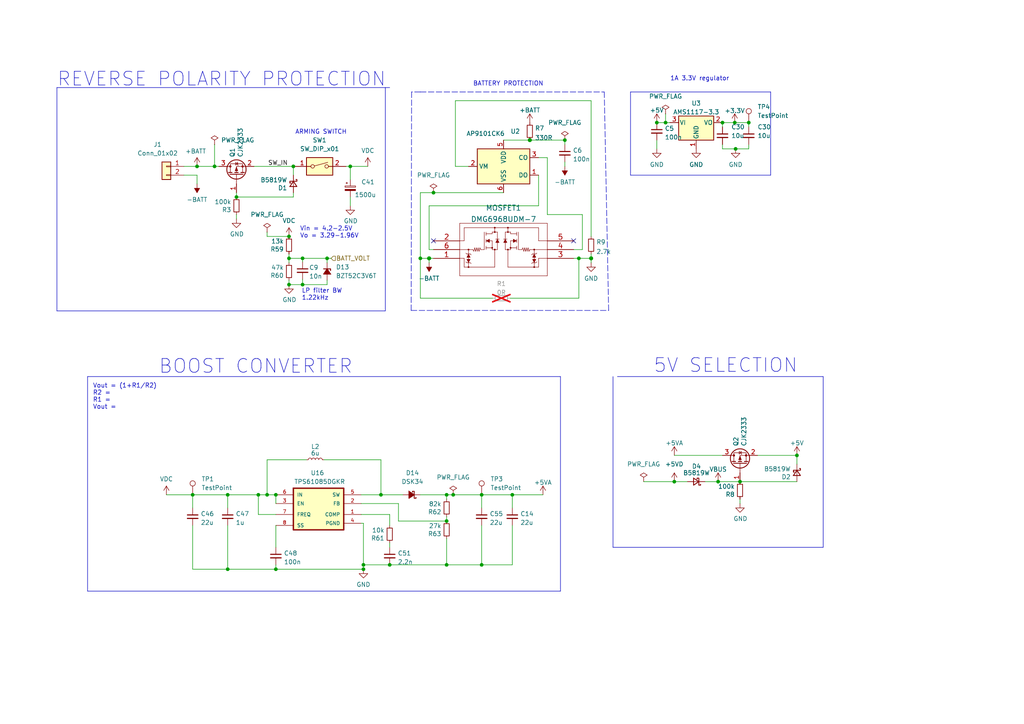
<source format=kicad_sch>
(kicad_sch (version 20230121) (generator eeschema)
  (paper "A4")
  (lib_symbols
    (symbol "+3.3V_1" (power) (pin_names (offset 0))
      (property "Value" "+3.3V_1" (at 0 3.556 0))
      (symbol "+3.3V_1_0_1"
        (polyline (pts (xy -0.762 1.27) (xy 0 2.54)))
        (polyline (pts (xy 0 0) (xy 0 2.54)))
        (polyline (pts (xy 0 2.54) (xy 0.762 1.27)))
      )
      (symbol "+3.3V_1_1_1"
        (pin power_in line (at 0 0 90) (length 0) hide (name "+3.3V") (number "1"))
      )
    )
    (symbol "Battery_Management:AP9101CK6"
      (property "Reference" "U" (at -7.62 6.35 0))
      (property "Value" "AP9101CK6" (at 7.62 6.35 0))
      (symbol "AP9101CK6_0_1"
        (rectangle (start -7.62 5.08) (end 7.62 -5.08) (stroke (width 0.254)) (fill (type background)))
      )
      (symbol "AP9101CK6_1_1"
        (pin output line (at 10.16 -2.54 180) (length 2.54) (name "DO") (number "1"))
        (pin passive line (at -10.16 0 0) (length 2.54) (name "VM") (number "2"))
        (pin output line (at 10.16 2.54 180) (length 2.54) (name "CO") (number "3"))
        (pin no_connect line (at -7.62 -2.54 0) (length 2.54) hide (name "NC") (number "4"))
        (pin power_in line (at 0 7.62 270) (length 2.54) (name "VDD") (number "5"))
        (pin power_in line (at 0 -7.62 90) (length 2.54) (name "VSS") (number "6"))
      )
    )
    (symbol "Connector:TestPoint" (pin_numbers hide) (pin_names (offset 0.762) hide)
      (property "Reference" "TP" (at 0 6.858 0))
      (property "Value" "TestPoint" (at 0 5.08 0))
      (symbol "TestPoint_0_1"
        (circle (center 0 3.302) (radius 0.762))
      )
      (symbol "TestPoint_1_1"
        (pin passive line (at 0 0 90) (length 2.54) (name "1") (number "1"))
      )
    )
    (symbol "Connector_Generic:Conn_01x02" (pin_names (offset 1.016) hide)
      (property "Reference" "J" (at 0 2.54 0))
      (property "Value" "Conn_01x02" (at 0 -5.08 0))
      (symbol "Conn_01x02_1_1"
        (rectangle (start -1.27 -2.413) (end 0 -2.667) (stroke (width 0.1524)))
        (rectangle (start -1.27 0.127) (end 0 -0.127) (stroke (width 0.1524)))
        (rectangle (start -1.27 1.27) (end 1.27 -3.81) (stroke (width 0.254)) (fill (type background)))
        (pin passive line (at -5.08 0 0) (length 3.81) (name "Pin_1") (number "1"))
        (pin passive line (at -5.08 -2.54 0) (length 3.81) (name "Pin_2") (number "2"))
      )
    )
    (symbol "DMG6968UDM-7:DMG6968UDM-7" (pin_names (offset 0.254) hide)
      (property "Reference" "MOSFET" (at 20.32 10.16 0))
      (property "Value" "DMG6968UDM-7" (at 20.32 7.62 0))
      (symbol "DMG6968UDM-7_1_1"
        (polyline (pts (xy 7.62 -10.16) (xy 33.02 -10.16)) (stroke (width 0.127)))
        (polyline (pts (xy 7.62 -5.08) (xy 8.89 -5.08)) (stroke (width 0.127)))
        (polyline (pts (xy 7.62 -2.54) (xy 11.43 -2.54)) (stroke (width 0.127)))
        (polyline (pts (xy 7.62 5.08) (xy 7.62 -10.16)) (stroke (width 0.127)))
        (polyline (pts (xy 8.89 -7.62) (xy 17.78 -7.62)) (stroke (width 0.127)))
        (polyline (pts (xy 8.89 -5.08) (xy 8.89 -7.62)) (stroke (width 0.127)))
        (polyline (pts (xy 8.89 0) (xy 7.62 0)) (stroke (width 0.127)))
        (polyline (pts (xy 8.89 3.81) (xy 8.89 0)) (stroke (width 0.127)))
        (polyline (pts (xy 8.89 3.81) (xy 30.48 3.81)) (stroke (width 0.127)))
        (polyline (pts (xy 9.652 -6.35) (xy 9.398 -6.096)) (stroke (width 0.127)))
        (polyline (pts (xy 9.652 -6.35) (xy 10.668 -6.35)) (stroke (width 0.127)))
        (polyline (pts (xy 9.652 -3.81) (xy 9.398 -3.556)) (stroke (width 0.127)))
        (polyline (pts (xy 10.16 -6.35) (xy 10.16 -7.62)) (stroke (width 0.127)))
        (polyline (pts (xy 10.16 -4.826) (xy 10.16 -5.334)) (stroke (width 0.127)))
        (polyline (pts (xy 10.16 -3.81) (xy 10.16 -2.54)) (stroke (width 0.127)))
        (polyline (pts (xy 10.668 -6.35) (xy 10.922 -6.604)) (stroke (width 0.127)))
        (polyline (pts (xy 10.668 -3.81) (xy 9.652 -3.81)) (stroke (width 0.127)))
        (polyline (pts (xy 10.668 -3.81) (xy 10.922 -4.064)) (stroke (width 0.127)))
        (polyline (pts (xy 11.43 -2.54) (xy 11.684 -3.048)) (stroke (width 0.127)))
        (polyline (pts (xy 11.684 -3.048) (xy 11.938 -2.032)) (stroke (width 0.127)))
        (polyline (pts (xy 11.938 -2.032) (xy 12.192 -3.048)) (stroke (width 0.127)))
        (polyline (pts (xy 12.192 -3.048) (xy 12.446 -2.032)) (stroke (width 0.127)))
        (polyline (pts (xy 12.446 -2.032) (xy 12.7 -3.048)) (stroke (width 0.127)))
        (polyline (pts (xy 12.7 -3.048) (xy 12.954 -2.032)) (stroke (width 0.127)))
        (polyline (pts (xy 12.954 -2.032) (xy 13.208 -3.048)) (stroke (width 0.127)))
        (polyline (pts (xy 13.208 -3.048) (xy 13.462 -2.032)) (stroke (width 0.127)))
        (polyline (pts (xy 13.462 -2.032) (xy 13.716 -2.54)) (stroke (width 0.127)))
        (polyline (pts (xy 13.716 -2.54) (xy 14.732 -2.54)) (stroke (width 0.127)))
        (polyline (pts (xy 14.732 -2.54) (xy 14.732 2.54)) (stroke (width 0.127)))
        (polyline (pts (xy 15.24 -2.54) (xy 15.24 -1.524)) (stroke (width 0.127)))
        (polyline (pts (xy 15.24 -2.032) (xy 17.018 -2.032)) (stroke (width 0.127)))
        (polyline (pts (xy 15.24 -0.508) (xy 15.24 0.508)) (stroke (width 0.127)))
        (polyline (pts (xy 15.24 1.524) (xy 15.24 2.54)) (stroke (width 0.127)))
        (polyline (pts (xy 15.24 2.032) (xy 17.018 2.032)) (stroke (width 0.127)))
        (polyline (pts (xy 17.018 -2.54) (xy 17.018 0)) (stroke (width 0.127)))
        (polyline (pts (xy 17.018 -2.54) (xy 18.542 -2.54)) (stroke (width 0.127)))
        (polyline (pts (xy 17.018 0) (xy 15.24 0)) (stroke (width 0.127)))
        (polyline (pts (xy 17.018 2.032) (xy 17.018 2.54)) (stroke (width 0.127)))
        (polyline (pts (xy 17.018 2.54) (xy 18.542 2.54)) (stroke (width 0.127)))
        (polyline (pts (xy 17.78 -7.62) (xy 17.78 -2.54)) (stroke (width 0.127)))
        (polyline (pts (xy 17.78 3.81) (xy 17.78 2.54)) (stroke (width 0.127)))
        (polyline (pts (xy 18.542 -2.54) (xy 18.542 -0.508)) (stroke (width 0.127)))
        (polyline (pts (xy 18.542 0.508) (xy 18.542 2.54)) (stroke (width 0.127)))
        (polyline (pts (xy 19.05 0.508) (xy 18.034 0.508)) (stroke (width 0.127)))
        (polyline (pts (xy 20.32 0.508) (xy 21.336 0.508)) (stroke (width 0.127)))
        (polyline (pts (xy 20.828 -2.54) (xy 20.828 -0.508)) (stroke (width 0.127)))
        (polyline (pts (xy 20.828 0.508) (xy 20.828 2.54)) (stroke (width 0.127)))
        (polyline (pts (xy 21.59 -7.62) (xy 21.59 -2.54)) (stroke (width 0.127)))
        (polyline (pts (xy 21.59 3.81) (xy 21.59 2.54)) (stroke (width 0.127)))
        (polyline (pts (xy 22.352 -2.54) (xy 20.828 -2.54)) (stroke (width 0.127)))
        (polyline (pts (xy 22.352 -2.54) (xy 22.352 0)) (stroke (width 0.127)))
        (polyline (pts (xy 22.352 0) (xy 24.13 0)) (stroke (width 0.127)))
        (polyline (pts (xy 22.352 2.032) (xy 22.352 2.54)) (stroke (width 0.127)))
        (polyline (pts (xy 22.352 2.54) (xy 20.828 2.54)) (stroke (width 0.127)))
        (polyline (pts (xy 24.13 -2.54) (xy 24.13 -1.524)) (stroke (width 0.127)))
        (polyline (pts (xy 24.13 -2.032) (xy 22.352 -2.032)) (stroke (width 0.127)))
        (polyline (pts (xy 24.13 -0.508) (xy 24.13 0.508)) (stroke (width 0.127)))
        (polyline (pts (xy 24.13 1.524) (xy 24.13 2.54)) (stroke (width 0.127)))
        (polyline (pts (xy 24.13 2.032) (xy 22.352 2.032)) (stroke (width 0.127)))
        (polyline (pts (xy 24.638 -2.54) (xy 24.638 2.54)) (stroke (width 0.127)))
        (polyline (pts (xy 25.654 -2.54) (xy 24.638 -2.54)) (stroke (width 0.127)))
        (polyline (pts (xy 25.908 -2.032) (xy 25.654 -2.54)) (stroke (width 0.127)))
        (polyline (pts (xy 26.162 -3.048) (xy 25.908 -2.032)) (stroke (width 0.127)))
        (polyline (pts (xy 26.416 -2.032) (xy 26.162 -3.048)) (stroke (width 0.127)))
        (polyline (pts (xy 26.67 -3.048) (xy 26.416 -2.032)) (stroke (width 0.127)))
        (polyline (pts (xy 26.924 -2.032) (xy 26.67 -3.048)) (stroke (width 0.127)))
        (polyline (pts (xy 27.178 -3.048) (xy 26.924 -2.032)) (stroke (width 0.127)))
        (polyline (pts (xy 27.432 -2.032) (xy 27.178 -3.048)) (stroke (width 0.127)))
        (polyline (pts (xy 27.686 -3.048) (xy 27.432 -2.032)) (stroke (width 0.127)))
        (polyline (pts (xy 27.94 -2.54) (xy 27.686 -3.048)) (stroke (width 0.127)))
        (polyline (pts (xy 28.702 -6.35) (xy 28.448 -6.604)) (stroke (width 0.127)))
        (polyline (pts (xy 28.702 -3.81) (xy 28.448 -4.064)) (stroke (width 0.127)))
        (polyline (pts (xy 28.702 -3.81) (xy 29.718 -3.81)) (stroke (width 0.127)))
        (polyline (pts (xy 29.21 -6.35) (xy 29.21 -7.62)) (stroke (width 0.127)))
        (polyline (pts (xy 29.21 -4.826) (xy 29.21 -5.334)) (stroke (width 0.127)))
        (polyline (pts (xy 29.21 -3.81) (xy 29.21 -2.54)) (stroke (width 0.127)))
        (polyline (pts (xy 29.718 -6.35) (xy 28.702 -6.35)) (stroke (width 0.127)))
        (polyline (pts (xy 29.718 -6.35) (xy 29.972 -6.096)) (stroke (width 0.127)))
        (polyline (pts (xy 29.718 -3.81) (xy 29.972 -3.556)) (stroke (width 0.127)))
        (polyline (pts (xy 30.48 -7.62) (xy 21.59 -7.62)) (stroke (width 0.127)))
        (polyline (pts (xy 30.48 -5.08) (xy 30.48 -7.62)) (stroke (width 0.127)))
        (polyline (pts (xy 30.48 0) (xy 33.02 0)) (stroke (width 0.127)))
        (polyline (pts (xy 30.48 3.81) (xy 30.48 0)) (stroke (width 0.127)))
        (polyline (pts (xy 33.02 -10.16) (xy 33.02 5.08)) (stroke (width 0.127)))
        (polyline (pts (xy 33.02 -5.08) (xy 30.48 -5.08)) (stroke (width 0.127)))
        (polyline (pts (xy 33.02 -2.54) (xy 27.94 -2.54)) (stroke (width 0.127)))
        (polyline (pts (xy 33.02 5.08) (xy 7.62 5.08)) (stroke (width 0.127)))
        (polyline (pts (xy 9.652 -5.334) (xy 10.668 -5.334) (xy 10.16 -6.35) (xy 9.652 -5.334)) (stroke (width 0.0254)) (fill (type outline)))
        (polyline (pts (xy 10.668 -4.826) (xy 9.652 -4.826) (xy 10.16 -3.81) (xy 10.668 -4.826)) (stroke (width 0.0254)) (fill (type outline)))
        (polyline (pts (xy 16.256 0.508) (xy 15.24 0) (xy 16.256 -0.508) (xy 16.256 0.508)) (stroke (width 0.0254)) (fill (type outline)))
        (polyline (pts (xy 19.05 -0.508) (xy 18.034 -0.508) (xy 18.542 0.508) (xy 19.05 -0.508)) (stroke (width 0.0254)) (fill (type outline)))
        (polyline (pts (xy 20.32 -0.508) (xy 21.336 -0.508) (xy 20.828 0.508) (xy 20.32 -0.508)) (stroke (width 0.0254)) (fill (type outline)))
        (polyline (pts (xy 23.114 0.508) (xy 24.13 0) (xy 23.114 -0.508) (xy 23.114 0.508)) (stroke (width 0.0254)) (fill (type outline)))
        (polyline (pts (xy 28.702 -4.826) (xy 29.718 -4.826) (xy 29.21 -3.81) (xy 28.702 -4.826)) (stroke (width 0.0254)) (fill (type outline)))
        (polyline (pts (xy 29.718 -5.334) (xy 28.702 -5.334) (xy 29.21 -6.35) (xy 29.718 -5.334)) (stroke (width 0.0254)) (fill (type outline)))
        (circle (center 10.16 -7.62) (radius 0.127) (stroke (width 0.254)))
        (circle (center 10.16 -2.54) (radius 0.127) (stroke (width 0.254)))
        (circle (center 17.018 -2.032) (radius 0.127) (stroke (width 0.254)))
        (circle (center 17.78 -2.54) (radius 0.127) (stroke (width 0.254)))
        (circle (center 17.78 2.54) (radius 0.127) (stroke (width 0.254)))
        (circle (center 17.78 3.81) (radius 0.127) (stroke (width 0.254)))
        (circle (center 21.59 -2.54) (radius 0.127) (stroke (width 0.254)))
        (circle (center 21.59 2.54) (radius 0.127) (stroke (width 0.254)))
        (circle (center 21.59 3.81) (radius 0.127) (stroke (width 0.254)))
        (circle (center 22.352 -2.032) (radius 0.127) (stroke (width 0.254)))
        (circle (center 29.21 -7.62) (radius 0.127) (stroke (width 0.254)))
        (circle (center 29.21 -2.54) (radius 0.127) (stroke (width 0.254)))
        (pin unspecified line (at 0 -5.08 0) (length 7.62) (name "S1") (number "1"))
        (pin unspecified line (at 0 0 0) (length 7.62) (name "D1/D2") (number "2"))
        (pin unspecified line (at 40.64 -5.08 180) (length 7.62) (name "S2") (number "3"))
        (pin unspecified line (at 40.64 -2.54 180) (length 7.62) (name "G2") (number "4"))
        (pin unspecified line (at 40.64 0 180) (length 7.62) (name "D1/D2") (number "5"))
        (pin unspecified line (at 0 -2.54 0) (length 7.62) (name "G1") (number "6"))
      )
    )
    (symbol "Device:C_Polarized_Small" (pin_numbers hide) (pin_names (offset 0.254) hide)
      (property "Reference" "C" (at 0.254 1.778 0))
      (property "Value" "C_Polarized_Small" (at 0.254 -2.032 0))
      (symbol "C_Polarized_Small_0_1"
        (rectangle (start -1.524 -0.3048) (end 1.524 -0.6858) (fill (type outline)))
        (rectangle (start -1.524 0.6858) (end 1.524 0.3048))
        (polyline (pts (xy -1.27 1.524) (xy -0.762 1.524)))
        (polyline (pts (xy -1.016 1.27) (xy -1.016 1.778)))
      )
      (symbol "C_Polarized_Small_1_1"
        (pin passive line (at 0 2.54 270) (length 1.8542) (name "~") (number "1"))
        (pin passive line (at 0 -2.54 90) (length 1.8542) (name "~") (number "2"))
      )
    )
    (symbol "Device:C_Small" (pin_numbers hide) (pin_names (offset 0.254) hide)
      (property "Reference" "C" (at 0.254 1.778 0))
      (property "Value" "C_Small" (at 0.254 -2.032 0))
      (symbol "C_Small_0_1"
        (polyline (pts (xy -1.524 -0.508) (xy 1.524 -0.508)) (stroke (width 0.3302)))
        (polyline (pts (xy -1.524 0.508) (xy 1.524 0.508)) (stroke (width 0.3048)))
      )
      (symbol "C_Small_1_1"
        (pin passive line (at 0 2.54 270) (length 2.032) (name "~") (number "1"))
        (pin passive line (at 0 -2.54 90) (length 2.032) (name "~") (number "2"))
      )
    )
    (symbol "Device:D_Schottky_Small" (pin_numbers hide) (pin_names (offset 0.254) hide)
      (property "Reference" "D" (at -1.27 2.032 0))
      (property "Value" "D_Schottky_Small" (at -7.112 -2.032 0))
      (symbol "D_Schottky_Small_0_1"
        (polyline (pts (xy -0.762 0) (xy 0.762 0)))
        (polyline (pts (xy 0.762 -1.016) (xy -0.762 0) (xy 0.762 1.016) (xy 0.762 -1.016)) (stroke (width 0.254)))
        (polyline (pts (xy -1.27 0.762) (xy -1.27 1.016) (xy -0.762 1.016) (xy -0.762 -1.016) (xy -0.254 -1.016) (xy -0.254 -0.762)) (stroke (width 0.254)))
      )
      (symbol "D_Schottky_Small_1_1"
        (pin passive line (at -2.54 0 0) (length 1.778) (name "K") (number "1"))
        (pin passive line (at 2.54 0 180) (length 1.778) (name "A") (number "2"))
      )
    )
    (symbol "Device:D_Schottky_Small_Filled" (pin_numbers hide) (pin_names (offset 0.254) hide)
      (property "Reference" "D" (at -1.27 2.032 0))
      (property "Value" "D_Schottky_Small_Filled" (at -7.112 -2.032 0))
      (symbol "D_Schottky_Small_Filled_0_1"
        (polyline (pts (xy -0.762 0) (xy 0.762 0)))
        (polyline (pts (xy 0.762 -1.016) (xy -0.762 0) (xy 0.762 1.016) (xy 0.762 -1.016)) (stroke (width 0.254)) (fill (type outline)))
        (polyline (pts (xy -1.27 0.762) (xy -1.27 1.016) (xy -0.762 1.016) (xy -0.762 -1.016) (xy -0.254 -1.016) (xy -0.254 -0.762)) (stroke (width 0.254)))
      )
      (symbol "D_Schottky_Small_Filled_1_1"
        (pin passive line (at -2.54 0 0) (length 1.778) (name "K") (number "1"))
        (pin passive line (at 2.54 0 180) (length 1.778) (name "A") (number "2"))
      )
    )
    (symbol "Device:D_Zener_Small_Filled" (pin_numbers hide) (pin_names (offset 0.254) hide)
      (property "Reference" "D" (at 0 2.286 0))
      (property "Value" "D_Zener_Small_Filled" (at 0 -2.286 0))
      (symbol "D_Zener_Small_Filled_0_1"
        (polyline (pts (xy 0.762 0) (xy -0.762 0)))
        (polyline (pts (xy -0.254 1.016) (xy -0.762 1.016) (xy -0.762 -1.016)) (stroke (width 0.254)))
        (polyline (pts (xy 0.762 1.016) (xy -0.762 0) (xy 0.762 -1.016) (xy 0.762 1.016)) (stroke (width 0.254)) (fill (type outline)))
      )
      (symbol "D_Zener_Small_Filled_1_1"
        (pin passive line (at -2.54 0 0) (length 1.778) (name "K") (number "1"))
        (pin passive line (at 2.54 0 180) (length 1.778) (name "A") (number "2"))
      )
    )
    (symbol "Device:L_Small" (pin_numbers hide) (pin_names (offset 0.254) hide)
      (property "Reference" "L" (at 0.762 1.016 0))
      (property "Value" "L_Small" (at 0.762 -1.016 0))
      (symbol "L_Small_0_1"
        (arc (start 0 -2.032) (mid 0.5058 -1.524) (end 0 -1.016))
        (arc (start 0 -1.016) (mid 0.5058 -0.508) (end 0 0))
        (arc (start 0 0) (mid 0.5058 0.508) (end 0 1.016))
        (arc (start 0 1.016) (mid 0.5058 1.524) (end 0 2.032))
      )
      (symbol "L_Small_1_1"
        (pin passive line (at 0 2.54 270) (length 0.508) (name "~") (number "1"))
        (pin passive line (at 0 -2.54 90) (length 0.508) (name "~") (number "2"))
      )
    )
    (symbol "Device:R_Small" (pin_numbers hide) (pin_names (offset 0.254) hide)
      (property "Reference" "R" (at 0.762 0.508 0))
      (property "Value" "R_Small" (at 0.762 -1.016 0))
      (symbol "R_Small_0_1"
        (rectangle (start -0.762 1.778) (end 0.762 -1.778) (stroke (width 0.2032)))
      )
      (symbol "R_Small_1_1"
        (pin passive line (at 0 2.54 270) (length 0.762) (name "~") (number "1"))
        (pin passive line (at 0 -2.54 90) (length 0.762) (name "~") (number "2"))
      )
    )
    (symbol "Regulator_Linear:AMS1117-3.3" (pin_names (offset 0.254))
      (property "Reference" "U" (at -3.81 3.175 0))
      (property "Value" "AMS1117-3.3" (at 0 3.175 0))
      (symbol "AMS1117-3.3_0_1"
        (rectangle (start -5.08 -5.08) (end 5.08 1.905) (stroke (width 0.254)) (fill (type background)))
      )
      (symbol "AMS1117-3.3_1_1"
        (pin power_in line (at 0 -7.62 90) (length 2.54) (name "GND") (number "1"))
        (pin power_out line (at 7.62 0 180) (length 2.54) (name "VO") (number "2"))
        (pin power_in line (at -7.62 0 0) (length 2.54) (name "VI") (number "3"))
      )
    )
    (symbol "Switch:SW_DIP_x01" (pin_names (offset 0) hide)
      (property "Reference" "SW" (at 0 3.81 0))
      (property "Value" "SW_DIP_x01" (at 0 -3.81 0))
      (symbol "SW_DIP_x01_0_0"
        (circle (center -2.032 0) (radius 0.508))
        (polyline (pts (xy -1.524 0.127) (xy 2.3622 1.1684)))
        (circle (center 2.032 0) (radius 0.508))
      )
      (symbol "SW_DIP_x01_0_1"
        (rectangle (start -3.81 2.54) (end 3.81 -2.54) (stroke (width 0.254)) (fill (type background)))
      )
      (symbol "SW_DIP_x01_1_1"
        (pin passive line (at -7.62 0 0) (length 5.08) (name "~") (number "1"))
        (pin passive line (at 7.62 0 180) (length 5.08) (name "~") (number "2"))
      )
    )
    (symbol "TPS61085DGKR:TPS61085DGKR" (pin_names (offset 1.016))
      (property "Reference" "U" (at -6.35 -0.635 0))
      (property "Value" "TPS61085DGKR" (at -12.7 -16.6878 0))
      (symbol "TPS61085DGKR_0_0"
        (rectangle (start -12.7 -1.27) (end 1.905 -13.335) (stroke (width 0.4064)) (fill (type background)))
        (pin bidirectional line (at 6.985 -8.89 180) (length 5.08) (name "COMP") (number "1"))
        (pin input line (at 6.985 -5.715 180) (length 5.08) (name "FB") (number "2"))
        (pin input line (at -17.78 -5.715 0) (length 5.08) (name "EN") (number "3"))
        (pin power_in line (at 6.985 -11.43 180) (length 5.08) (name "PGND") (number "4"))
        (pin input line (at 6.985 -3.175 180) (length 5.08) (name "SW") (number "5"))
        (pin input line (at -17.78 -3.175 0) (length 5.08) (name "IN") (number "6"))
        (pin input line (at -17.78 -8.89 0) (length 5.08) (name "FREQ") (number "7"))
        (pin output line (at -17.78 -12.065 0) (length 5.08) (name "SS") (number "8"))
      )
    )
    (symbol "Transistor_FET:Si2319CDS" (pin_names hide)
      (property "Reference" "Q" (at 5.08 1.905 0))
      (property "Value" "Si2319CDS" (at 5.08 0 0))
      (symbol "Si2319CDS_0_1"
        (polyline (pts (xy 0.254 0) (xy -2.54 0)))
        (polyline (pts (xy 0.254 1.905) (xy 0.254 -1.905)) (stroke (width 0.254)))
        (polyline (pts (xy 0.762 -1.27) (xy 0.762 -2.286)) (stroke (width 0.254)))
        (polyline (pts (xy 0.762 0.508) (xy 0.762 -0.508)) (stroke (width 0.254)))
        (polyline (pts (xy 0.762 2.286) (xy 0.762 1.27)) (stroke (width 0.254)))
        (polyline (pts (xy 2.54 2.54) (xy 2.54 1.778)))
        (polyline (pts (xy 2.54 -2.54) (xy 2.54 0) (xy 0.762 0)))
        (polyline (pts (xy 0.762 1.778) (xy 3.302 1.778) (xy 3.302 -1.778) (xy 0.762 -1.778)))
        (polyline (pts (xy 2.286 0) (xy 1.27 0.381) (xy 1.27 -0.381) (xy 2.286 0)) (fill (type outline)))
        (polyline (pts (xy 2.794 -0.508) (xy 2.921 -0.381) (xy 3.683 -0.381) (xy 3.81 -0.254)))
        (polyline (pts (xy 3.302 -0.381) (xy 2.921 0.254) (xy 3.683 0.254) (xy 3.302 -0.381)))
        (circle (center 1.651 0) (radius 2.794) (stroke (width 0.254)))
        (circle (center 2.54 -1.778) (radius 0.254) (fill (type outline)))
        (circle (center 2.54 1.778) (radius 0.254) (fill (type outline)))
      )
      (symbol "Si2319CDS_1_1"
        (pin input line (at -5.08 0 0) (length 2.54) (name "G") (number "1"))
        (pin passive line (at 2.54 -5.08 90) (length 2.54) (name "S") (number "2"))
        (pin passive line (at 2.54 5.08 270) (length 2.54) (name "D") (number "3"))
      )
    )
    (symbol "power:+5V" (power) (pin_names (offset 0))
      (property "Value" "+5V" (at 0 3.556 0))
      (symbol "+5V_0_1"
        (polyline (pts (xy -0.762 1.27) (xy 0 2.54)))
        (polyline (pts (xy 0 0) (xy 0 2.54)))
        (polyline (pts (xy 0 2.54) (xy 0.762 1.27)))
      )
      (symbol "+5V_1_1"
        (pin power_in line (at 0 0 90) (length 0) hide (name "+5V") (number "1"))
      )
    )
    (symbol "power:+5VA" (power) (pin_names (offset 0))
      (property "Value" "+5VA" (at 0 3.556 0))
      (symbol "+5VA_0_1"
        (polyline (pts (xy -0.762 1.27) (xy 0 2.54)))
        (polyline (pts (xy 0 0) (xy 0 2.54)))
        (polyline (pts (xy 0 2.54) (xy 0.762 1.27)))
      )
      (symbol "+5VA_1_1"
        (pin power_in line (at 0 0 90) (length 0) hide (name "+5VA") (number "1"))
      )
    )
    (symbol "power:+5VD" (power) (pin_names (offset 0))
      (property "Value" "+5VD" (at 0 3.556 0))
      (symbol "+5VD_0_1"
        (polyline (pts (xy -0.762 1.27) (xy 0 2.54)))
        (polyline (pts (xy 0 0) (xy 0 2.54)))
        (polyline (pts (xy 0 2.54) (xy 0.762 1.27)))
      )
      (symbol "+5VD_1_1"
        (pin power_in line (at 0 0 90) (length 0) hide (name "+5VD") (number "1"))
      )
    )
    (symbol "power:+BATT" (power) (pin_names (offset 0))
      (property "Value" "+BATT" (at 0 3.556 0))
      (symbol "+BATT_0_1"
        (polyline (pts (xy -0.762 1.27) (xy 0 2.54)))
        (polyline (pts (xy 0 0) (xy 0 2.54)))
        (polyline (pts (xy 0 2.54) (xy 0.762 1.27)))
      )
      (symbol "+BATT_1_1"
        (pin power_in line (at 0 0 90) (length 0) hide (name "+BATT") (number "1"))
      )
    )
    (symbol "power:-BATT" (power) (pin_names (offset 0))
      (property "Value" "-BATT" (at 0 3.556 0))
      (symbol "-BATT_0_1"
        (polyline (pts (xy 0 0) (xy 0 2.54)))
        (polyline (pts (xy 0.762 1.27) (xy -0.762 1.27) (xy 0 2.54) (xy 0.762 1.27)) (fill (type outline)))
      )
      (symbol "-BATT_1_1"
        (pin power_in line (at 0 0 90) (length 0) hide (name "-BATT") (number "1"))
      )
    )
    (symbol "power:GND" (power) (pin_names (offset 0))
      (property "Value" "GND" (at 0 -3.81 0))
      (symbol "GND_0_1"
        (polyline (pts (xy 0 0) (xy 0 -1.27) (xy 1.27 -1.27) (xy 0 -2.54) (xy -1.27 -1.27) (xy 0 -1.27)))
      )
      (symbol "GND_1_1"
        (pin power_in line (at 0 0 270) (length 0) hide (name "GND") (number "1"))
      )
    )
    (symbol "power:PWR_FLAG" (power) (pin_numbers hide) (pin_names (offset 0) hide)
      (property "Value" "PWR_FLAG" (at 0 3.81 0))
      (symbol "PWR_FLAG_0_0"
        (pin power_out line (at 0 0 90) (length 0) (name "pwr") (number "1"))
      )
      (symbol "PWR_FLAG_0_1"
        (polyline (pts (xy 0 0) (xy 0 1.27) (xy -1.016 1.905) (xy 0 2.54) (xy 1.016 1.905) (xy 0 1.27)))
      )
    )
    (symbol "power:VBUS" (power) (pin_names (offset 0))
      (property "Value" "VBUS" (at 0 3.81 0))
      (symbol "VBUS_0_1"
        (polyline (pts (xy -0.762 1.27) (xy 0 2.54)))
        (polyline (pts (xy 0 0) (xy 0 2.54)))
        (polyline (pts (xy 0 2.54) (xy 0.762 1.27)))
      )
      (symbol "VBUS_1_1"
        (pin power_in line (at 0 0 90) (length 0) hide (name "VBUS") (number "1"))
      )
    )
    (symbol "power:VDC" (power) (pin_names (offset 0))
      (property "Value" "VDC" (at 0 6.35 0))
      (symbol "VDC_0_1"
        (polyline (pts (xy -0.762 1.27) (xy 0 2.54)))
        (polyline (pts (xy 0 0) (xy 0 2.54)))
        (polyline (pts (xy 0 2.54) (xy 0.762 1.27)))
      )
      (symbol "VDC_1_1"
        (pin power_in line (at 0 0 90) (length 0) hide (name "VDC") (number "1"))
      )
    )
  )
  (junction (at 66.04 143.51))
  (junction (at 83.82 68.58))
  (junction (at 171.45 74.93) (diameter 1.016))
  (junction (at 80.01 165.1))
  (junction (at 209.55 35.56))
  (junction (at 74.93 143.51))
  (junction (at 131.445 143.51))
  (junction (at 129.54 163.83))
  (junction (at 193.04 35.56))
  (junction (at 139.7 163.83))
  (junction (at 195.58 139.7))
  (junction (at 231.14 132.08))
  (junction (at 213.106 35.56))
  (junction (at 94.869 74.93))
  (junction (at 68.58 57.15))
  (junction (at 87.757 82.55))
  (junction (at 190.5 35.56))
  (junction (at 77.47 143.51))
  (junction (at 57.15 48.26))
  (junction (at 62.23 48.26))
  (junction (at 83.82 74.93))
  (junction (at 105.41 163.83))
  (junction (at 129.54 151.13))
  (junction (at 121.92 74.93))
  (junction (at 125.73 55.88))
  (junction (at 208.28 139.7))
  (junction (at 124.46 74.93) (diameter 1.016))
  (junction (at 85.09 48.26))
  (junction (at 87.757 74.93))
  (junction (at 101.6 48.26))
  (junction (at 213.36 43.18))
  (junction (at 163.83 40.64))
  (junction (at 83.82 82.55))
  (junction (at 214.63 139.7))
  (junction (at 217.17 35.56))
  (junction (at 80.01 143.51))
  (junction (at 113.03 163.83))
  (junction (at 153.67 40.64) (diameter 1.016))
  (junction (at 167.894 74.93))
  (junction (at 55.88 143.51))
  (junction (at 105.41 165.1))
  (junction (at 148.59 143.51))
  (junction (at 139.7 143.51))
  (junction (at 110.49 143.51))
  (junction (at 129.54 143.51))
  (junction (at 66.04 165.1))
  (no_connect (at 125.73 69.85))
  (no_connect (at 166.37 69.85))
  (polyline (pts (xy 238.76 158.75) (xy 177.8 158.75)))
  (wire (pts (xy 139.7 163.83) (xy 148.59 163.83)))
  (wire (pts (xy 77.47 68.58) (xy 83.82 68.58)))
  (wire (pts (xy 217.17 41.91) (xy 217.17 43.18)))
  (wire (pts (xy 68.58 62.23) (xy 68.58 63.5)))
  (wire (pts (xy 105.41 163.83) (xy 113.03 163.83)))
  (wire (pts (xy 85.09 48.26) (xy 85.09 50.8)))
  (polyline (pts (xy 121.92 26.67) (xy 175.26 26.67)) (stroke (width 0) (type dash)))
  (wire (pts (xy 129.54 143.51) (xy 129.54 144.78)))
  (wire (pts (xy 135.89 48.26) (xy 132.08 48.26)))
  (wire (pts (xy 62.23 41.91) (xy 62.23 48.26)))
  (wire (pts (xy 125.73 55.88) (xy 121.92 55.88)))
  (wire (pts (xy 171.45 73.66) (xy 171.45 74.93)))
  (wire (pts (xy 131.445 143.51) (xy 139.7 143.51)))
  (polyline (pts (xy 25.4 109.22) (xy 162.56 109.22)))
  (wire (pts (xy 66.04 143.51) (xy 66.04 147.32)))
  (wire (pts (xy 153.67 40.64) (xy 163.83 40.64)))
  (polyline (pts (xy 223.52 26.67) (xy 223.52 50.8)))
  (wire (pts (xy 146.05 55.88) (xy 125.73 55.88)))
  (wire (pts (xy 87.757 74.93) (xy 94.869 74.93)))
  (wire (pts (xy 209.55 43.18) (xy 213.36 43.18)))
  (wire (pts (xy 100.33 48.26) (xy 101.6 48.26)))
  (wire (pts (xy 101.6 57.15) (xy 101.6 59.69)))
  (wire (pts (xy 87.757 81.026) (xy 87.757 82.55)))
  (wire (pts (xy 121.92 74.93) (xy 121.92 86.487)))
  (wire (pts (xy 62.23 48.26) (xy 63.5 48.26)))
  (wire (pts (xy 66.04 143.51) (xy 74.93 143.51)))
  (polyline (pts (xy 179.07 109.22) (xy 238.76 109.22)))
  (wire (pts (xy 87.757 82.55) (xy 94.869 82.55)))
  (wire (pts (xy 77.47 133.35) (xy 77.47 143.51)))
  (wire (pts (xy 55.88 143.51) (xy 66.04 143.51)))
  (wire (pts (xy 55.88 165.1) (xy 66.04 165.1)))
  (polyline (pts (xy 121.92 26.67) (xy 119.38 26.67)) (stroke (width 0) (type dash)))
  (wire (pts (xy 186.69 139.7) (xy 195.58 139.7)))
  (wire (pts (xy 139.7 163.83) (xy 129.54 163.83)))
  (wire (pts (xy 156.21 50.8) (xy 156.21 59.69)))
  (polyline (pts (xy 25.4 109.22) (xy 25.4 171.45)))
  (wire (pts (xy 80.01 163.83) (xy 80.01 165.1)))
  (wire (pts (xy 139.7 152.4) (xy 139.7 163.83)))
  (wire (pts (xy 219.71 132.08) (xy 231.14 132.08)))
  (wire (pts (xy 163.83 40.64) (xy 163.83 41.91)))
  (wire (pts (xy 94.869 74.93) (xy 96.012 74.93)))
  (wire (pts (xy 132.08 29.21) (xy 171.45 29.21)))
  (polyline (pts (xy 238.76 109.22) (xy 238.76 158.75)))
  (wire (pts (xy 104.775 143.51) (xy 110.49 143.51)))
  (wire (pts (xy 66.04 165.1) (xy 80.01 165.1)))
  (wire (pts (xy 104.775 151.765) (xy 105.41 151.765)))
  (wire (pts (xy 83.82 74.93) (xy 87.757 74.93)))
  (wire (pts (xy 113.03 157.48) (xy 113.03 158.75)))
  (wire (pts (xy 217.17 43.18) (xy 213.36 43.18)))
  (wire (pts (xy 121.92 55.88) (xy 121.92 74.93)))
  (wire (pts (xy 167.894 74.93) (xy 171.45 74.93)))
  (wire (pts (xy 57.15 50.8) (xy 57.15 53.34)))
  (wire (pts (xy 217.17 35.56) (xy 217.17 36.83)))
  (wire (pts (xy 57.15 50.8) (xy 53.34 50.8)))
  (wire (pts (xy 121.92 143.51) (xy 129.54 143.51)))
  (wire (pts (xy 55.88 147.32) (xy 55.88 143.51)))
  (wire (pts (xy 129.54 156.21) (xy 129.54 163.83)))
  (wire (pts (xy 193.04 33.02) (xy 193.04 35.56)))
  (wire (pts (xy 209.55 35.56) (xy 209.55 36.83)))
  (wire (pts (xy 124.46 72.39) (xy 125.73 72.39)))
  (wire (pts (xy 171.45 74.93) (xy 171.45 76.2)))
  (wire (pts (xy 132.08 48.26) (xy 132.08 29.21)))
  (polyline (pts (xy 162.56 109.22) (xy 162.56 171.45)))
  (wire (pts (xy 73.66 48.26) (xy 85.09 48.26)))
  (wire (pts (xy 209.55 41.91) (xy 209.55 43.18)))
  (wire (pts (xy 156.21 59.69) (xy 124.46 59.69)))
  (wire (pts (xy 193.04 35.56) (xy 194.31 35.56)))
  (wire (pts (xy 121.92 74.93) (xy 124.46 74.93)))
  (polyline (pts (xy 111.76 90.17) (xy 16.51 90.17)))
  (wire (pts (xy 110.49 133.35) (xy 110.49 143.51)))
  (wire (pts (xy 121.92 86.487) (xy 142.875 86.487)))
  (wire (pts (xy 129.54 163.83) (xy 113.03 163.83)))
  (wire (pts (xy 101.6 48.26) (xy 101.6 52.07)))
  (polyline (pts (xy 223.52 50.8) (xy 182.88 50.8)))
  (wire (pts (xy 80.01 165.1) (xy 105.41 165.1)))
  (wire (pts (xy 125.73 74.93) (xy 124.46 74.93)))
  (wire (pts (xy 163.83 46.99) (xy 163.83 48.26)))
  (wire (pts (xy 94.869 82.55) (xy 94.869 81.28)))
  (wire (pts (xy 83.82 73.66) (xy 83.82 74.93)))
  (wire (pts (xy 195.58 139.7) (xy 199.39 139.7)))
  (wire (pts (xy 166.37 74.93) (xy 167.894 74.93)))
  (wire (pts (xy 57.15 48.26) (xy 53.34 48.26)))
  (polyline (pts (xy 182.88 26.67) (xy 223.52 26.67)))
  (wire (pts (xy 83.82 82.55) (xy 87.757 82.55)))
  (wire (pts (xy 168.91 72.39) (xy 168.91 62.23)))
  (polyline (pts (xy 16.51 25.4) (xy 16.51 90.17)))
  (wire (pts (xy 68.58 55.88) (xy 68.58 57.15)))
  (wire (pts (xy 195.58 132.08) (xy 209.55 132.08)))
  (wire (pts (xy 124.46 59.69) (xy 124.46 72.39)))
  (wire (pts (xy 80.01 149.225) (xy 74.93 149.225)))
  (wire (pts (xy 146.05 40.64) (xy 153.67 40.64)))
  (wire (pts (xy 139.7 143.51) (xy 139.7 147.32)))
  (wire (pts (xy 124.46 74.93) (xy 124.46 76.2)))
  (wire (pts (xy 55.88 152.4) (xy 55.88 165.1)))
  (wire (pts (xy 93.98 133.35) (xy 110.49 133.35)))
  (wire (pts (xy 156.21 45.72) (xy 158.75 45.72)))
  (wire (pts (xy 110.49 143.51) (xy 116.84 143.51)))
  (wire (pts (xy 166.37 72.39) (xy 168.91 72.39)))
  (polyline (pts (xy 182.88 26.67) (xy 182.88 50.8)))
  (polyline (pts (xy 111.76 25.4) (xy 111.76 90.17)))
  (wire (pts (xy 77.47 67.31) (xy 77.47 68.58)))
  (wire (pts (xy 80.01 143.51) (xy 80.01 146.05)))
  (wire (pts (xy 104.775 149.225) (xy 113.03 149.225)))
  (wire (pts (xy 213.106 35.56) (xy 217.17 35.56)))
  (wire (pts (xy 208.28 139.7) (xy 214.63 139.7)))
  (wire (pts (xy 87.757 74.93) (xy 87.757 75.946)))
  (wire (pts (xy 214.63 144.78) (xy 214.63 146.05)))
  (wire (pts (xy 231.14 132.08) (xy 231.14 134.62)))
  (polyline (pts (xy 119.253 90.043) (xy 176.53 90.043)) (stroke (width 0) (type dash)))
  (polyline (pts (xy 119.38 26.67) (xy 119.253 90.043)) (stroke (width 0) (type dash)))
  (wire (pts (xy 115.57 151.13) (xy 115.57 146.05)))
  (wire (pts (xy 129.54 151.13) (xy 115.57 151.13)))
  (wire (pts (xy 129.54 143.51) (xy 131.445 143.51)))
  (wire (pts (xy 190.5 40.64) (xy 190.5 43.18)))
  (wire (pts (xy 168.91 62.23) (xy 158.75 62.23)))
  (wire (pts (xy 101.6 48.26) (xy 106.68 48.26)))
  (wire (pts (xy 147.955 86.487) (xy 167.894 86.487)))
  (wire (pts (xy 85.09 55.88) (xy 85.09 57.15)))
  (wire (pts (xy 83.82 74.93) (xy 83.82 76.2)))
  (wire (pts (xy 66.04 152.4) (xy 66.04 165.1)))
  (wire (pts (xy 158.75 45.72) (xy 158.75 62.23)))
  (wire (pts (xy 48.26 143.51) (xy 55.88 143.51)))
  (wire (pts (xy 171.45 29.21) (xy 171.45 68.58)))
  (wire (pts (xy 209.55 35.56) (xy 213.106 35.56)))
  (wire (pts (xy 190.5 35.56) (xy 193.04 35.56)))
  (wire (pts (xy 83.82 81.28) (xy 83.82 82.55)))
  (wire (pts (xy 148.59 163.83) (xy 148.59 152.4)))
  (polyline (pts (xy 16.51 25.4) (xy 113.03 25.4)))
  (wire (pts (xy 104.775 146.05) (xy 115.57 146.05)))
  (wire (pts (xy 68.58 57.15) (xy 85.09 57.15)))
  (wire (pts (xy 88.9 133.35) (xy 77.47 133.35)))
  (wire (pts (xy 57.15 48.26) (xy 62.23 48.26)))
  (wire (pts (xy 77.47 143.51) (xy 80.01 143.51)))
  (polyline (pts (xy 176.53 90.043) (xy 175.26 26.67)) (stroke (width 0) (type dash)))
  (wire (pts (xy 129.54 149.86) (xy 129.54 151.13)))
  (wire (pts (xy 94.869 76.2) (xy 94.869 74.93)))
  (wire (pts (xy 167.894 74.93) (xy 167.894 86.487)))
  (wire (pts (xy 148.59 143.51) (xy 148.59 147.32)))
  (wire (pts (xy 214.63 139.7) (xy 231.14 139.7)))
  (wire (pts (xy 204.47 139.7) (xy 208.28 139.7)))
  (wire (pts (xy 74.93 149.225) (xy 74.93 143.51)))
  (wire (pts (xy 139.7 143.51) (xy 148.59 143.51)))
  (wire (pts (xy 148.59 143.51) (xy 157.48 143.51)))
  (polyline (pts (xy 177.8 109.22) (xy 177.8 158.75)))
  (wire (pts (xy 105.41 163.83) (xy 105.41 165.1)))
  (polyline (pts (xy 162.56 171.45) (xy 25.4 171.45)))
  (wire (pts (xy 105.41 151.765) (xy 105.41 163.83)))
  (wire (pts (xy 74.93 143.51) (xy 77.47 143.51)))
  (wire (pts (xy 80.01 152.4) (xy 80.01 158.75)))
  (wire (pts (xy 113.03 149.225) (xy 113.03 152.4)))
  (text "5V SELECTION" (at 189.484 108.458 0) (effects (font (size 3.9878 3.9878)) (justify left bottom)))
  (text "BOOST CONVERTER" (at 45.974 108.712 0) (effects (font (size 3.9878 3.9878)) (justify left bottom)))
  (text "1A 3.3V regulator" (at 194.3608 23.622 0) (effects (font (size 1.27 1.27)) (justify left bottom)))
  (text "REVERSE POLARITY PROTECTION" (at 16.51 25.4 0) (effects (font (size 3.9878 3.9878)) (justify left bottom)))
  (text "Vout = (1+R1/R2)\nR2 = \nR1 = \nVout = " (at 26.924 118.872 0) (effects (font (size 1.27 1.27)) (justify left bottom)))
  (text "LP filter BW\n1.22kHz" (at 87.503 87.249 0) (effects (font (size 1.27 1.27)) (justify left bottom)))
  (text "BATTERY PROTECTION" (at 137.1854 25.1206 0) (effects (font (size 1.27 1.27)) (justify left bottom)))
  (text "ARMING SWITCH" (at 85.598 39.116 0) (effects (font (size 1.27 1.27)) (justify left bottom)))
  (text "Vin = 4.2-2.5V\nVo = 3.29-1.96V" (at 86.995 69.215 0) (effects (font (size 1.27 1.27)) (justify left bottom)))
  (label "SW_IN" (at 77.724 48.26 0))
  (hierarchical_label "BATT_VOLT" (shape input) (at 96.012 74.93 0))
  (symbol (lib_id "Device:C_Small") (at 80.01 161.29 0) (unit 1)
    (property "Reference" "C48" (at 82.3341 160.4616 0) (effects (justify left)))
    (property "Value" "100n" (at 82.3341 162.9985 0) (effects (justify left)))
    (property "Footprint" "Capacitor_SMD:C_0402_1005Metric" (effects hide))
    (property "LCSC" " C1525" (effects hide))
  )
  (symbol (lib_id "Device:C_Small") (at 209.55 39.37 0) (unit 1)
    (property "Reference" "C30" (at 212.09 36.83 0) (effects (justify left)))
    (property "Value" "10u" (at 212.09 39.37 0) (effects (justify left)))
    (property "Footprint" "Capacitor_SMD:C_0402_1005Metric" (effects hide))
    (property "LCSC" "C15525" (effects hide))
    (instances (project "Strelka_Flight_Computer" (path "" (reference "C30") (unit 1)) (path "" (reference "C3") (unit 1)) (path "" (reference "C7") (unit 1))))
  )
  (symbol (lib_id "power:+5VA") (at 195.58 132.08 0) (unit 1)
    (property "Reference" "#PWR0101" (effects hide))
    (property "Value" "+5VA" (at 195.58 128.5042 0))
  )
  (symbol (lib_id "Device:C_Small") (at 66.04 149.86 0) (unit 1)
    (property "Reference" "C47" (at 68.3641 149.0316 0) (effects (justify left)))
    (property "Value" "1u" (at 68.3641 151.5685 0) (effects (justify left)))
    (property "Footprint" "Capacitor_SMD:C_0402_1005Metric" (effects hide))
    (property "LCSC" " C52923" (effects hide))
  )
  (symbol (lib_id "Switch:SW_DIP_x01") (at 92.71 48.26 0) (unit 1)
    (property "Reference" "SW1" (at 92.71 40.64 0))
    (property "Value" "SW_DIP_x01" (at 92.71 43.18 0))
    (property "Footprint" "Footprints:MOLEX_43045-0200" (effects hide))
    (property "LCSC" "C122431" (effects hide))
  )
  (symbol (lib_id "power:VBUS") (at 208.28 139.7 0) (unit 1)
    (property "Reference" "#PWR0102" (effects hide))
    (property "Value" "VBUS" (at 208.28 136.1242 0))
  )
  (symbol (lib_id "power:+5V") (at 231.14 132.08 0) (unit 1)
    (property "Reference" "#PWR0104" (effects hide))
    (property "Value" "+5V" (at 231.14 128.5042 0))
  )
  (symbol (lib_id "Device:R_Small") (at 129.54 147.32 180) (unit 1)
    (property "Reference" "R62" (at 128.0414 148.4884 0) (effects (justify left)))
    (property "Value" "82k" (at 128.0414 146.177 0) (effects (justify left)))
    (property "Footprint" "Resistor_SMD:R_0603_1608Metric" (effects hide))
    (property "LCSC" "C23254" (effects hide))
  )
  (symbol (lib_id "Device:R_Small") (at 129.54 153.67 180) (unit 1)
    (property "Reference" "R63" (at 128.0414 154.8384 0) (effects (justify left)))
    (property "Value" "27k" (at 128.0414 152.527 0) (effects (justify left)))
    (property "Footprint" "Resistor_SMD:R_0603_1608Metric" (effects hide))
    (property "LCSC" " C22967" (effects hide))
  )
  (symbol (lib_id "power:-BATT") (at 163.83 48.26 180) (unit 1)
    (property "Reference" "#PWR0198" (effects hide))
    (property "Value" "-BATT" (at 163.83 52.8226 0))
  )
  (symbol (lib_id "DMG6968UDM-7:DMG6968UDM-7") (at 125.73 69.85 0) (unit 1)
    (property "Reference" "MOSFET1" (at 146.05 60.3025 0) (effects (font (size 1.524 1.524))))
    (property "Value" "DMG6968UDM-7" (at 146.05 63.5815 0) (effects (font (size 1.524 1.524))))
    (property "Footprint" "Footprints:DMG6968UDM-7" (effects hide))
    (property "Datasheet" "https://www.diodes.com/assets/Datasheets/ds31758.pdf" (effects hide))
    (property "LCSC" "C151635" (effects hide))
  )
  (symbol (lib_id "power:PWR_FLAG") (at 125.73 55.88 0) (unit 1)
    (property "Reference" "#FLG0106" (effects hide))
    (property "Value" "PWR_FLAG" (at 125.73 50.8 0))
  )
  (symbol (lib_id "Device:R_Small") (at 145.415 86.487 90) (unit 1) (dnp yes)
    (property "Reference" "R1" (at 145.415 82.296 90))
    (property "Value" "0R" (at 145.415 84.836 90))
    (property "Footprint" "Resistor_SMD:R_0603_1608Metric" (effects hide))
  )
  (symbol (lib_id "Device:R_Small") (at 83.82 78.74 180) (unit 1)
    (property "Reference" "R60" (at 82.3214 79.9084 0) (effects (justify left)))
    (property "Value" "47k" (at 82.3214 77.597 0) (effects (justify left)))
    (property "Footprint" "Resistor_SMD:R_0603_1608Metric" (effects hide))
    (property "LCSC" "C25819" (effects hide))
  )
  (symbol (lib_id "Device:C_Small") (at 113.03 161.29 0) (unit 1)
    (property "Reference" "C51" (at 115.3541 160.4616 0) (effects (justify left)))
    (property "Value" "2.2n" (at 115.3541 162.9985 0) (effects (justify left)))
    (property "Footprint" "Capacitor_SMD:C_0402_1005Metric" (effects hide))
    (property "LCSC" "C1531" (effects hide))
  )
  (symbol (lib_id "Connector:TestPoint") (at 217.17 35.56 0) (unit 1)
    (property "Reference" "TP4" (at 219.71 30.9879 0) (effects (justify left)))
    (property "Value" "TestPoint" (at 219.71 33.5279 0) (effects (justify left)))
    (property "Footprint" "TestPoint:TestPoint_Pad_1.0x1.0mm" (effects hide))
  )
  (symbol (lib_id "Device:R_Small") (at 171.45 71.12 0) (unit 1)
    (property "Reference" "R9" (at 172.9487 70.2115 0) (effects (justify left)))
    (property "Value" "2.7k" (at 172.9487 72.9866 0) (effects (justify left)))
    (property "Footprint" "Resistor_SMD:R_0603_1608Metric" (effects hide))
    (property "LCSC" "C13167" (effects hide))
  )
  (symbol (lib_id "power:GND") (at 68.58 63.5 0) (unit 1)
    (property "Reference" "#PWR0106" (effects hide))
    (property "Value" "GND" (at 68.707 67.8942 0))
  )
  (symbol (lib_id "power:+BATT") (at 57.15 48.26 0) (mirror y) (unit 1)
    (property "Reference" "#PWR0107" (effects hide))
    (property "Value" "+BATT" (at 56.769 43.8658 0))
  )
  (symbol (lib_id "power:GND") (at 171.45 76.2 0) (unit 1)
    (property "Reference" "#PWR0199" (effects hide))
    (property "Value" "GND" (at 171.45 80.7626 0))
  )
  (symbol (lib_id "Device:D_Schottky_Small") (at 201.93 139.7 180) (unit 1)
    (property "Reference" "D4" (at 200.66 135.255 0) (effects (justify right)))
    (property "Value" "B5819W" (at 198.12 137.16 0) (effects (justify right)))
    (property "Footprint" "Diode_SMD:D_SOD-123" (effects hide))
    (property "Datasheet" "https://www.mccsemi.com/pdf/Products/B5817W-B5819W(SOD-123).pdf" (effects hide))
    (property "LCSC" "C8598" (effects hide))
  )
  (symbol (lib_id "Transistor_FET:Si2319CDS") (at 214.63 134.62 90) (unit 1)
    (property "Reference" "Q2" (at 213.4616 129.4384 0) (effects (justify left)))
    (property "Value" "CJK2333" (at 215.773 129.4384 0) (effects (justify left)))
    (property "Footprint" "Package_TO_SOT_SMD:SOT-23" (effects hide))
    (property "Datasheet" "https://datasheet.lcsc.com/lcsc/2010190933_Jiangsu-Changjing-Electronics-Technology-Co---Ltd--CJK2333_C504109.pdf" (effects hide))
    (property "LCSC" "C504109" (effects hide))
  )
  (symbol (lib_id "Device:R_Small") (at 113.03 154.94 180) (unit 1)
    (property "Reference" "R61" (at 111.5314 156.1084 0) (effects (justify left)))
    (property "Value" "10k" (at 111.5314 153.797 0) (effects (justify left)))
    (property "Footprint" "Resistor_SMD:R_0402_1005Metric" (effects hide))
    (property "LCSC" "C25744" (effects hide))
  )
  (symbol (lib_id "Connector:TestPoint") (at 139.7 143.51 0) (unit 1)
    (property "Reference" "TP3" (at 142.24 138.9379 0) (effects (justify left)))
    (property "Value" "TestPoint" (at 142.24 141.4779 0) (effects (justify left)))
    (property "Footprint" "TestPoint:TestPoint_Pad_1.0x1.0mm" (effects hide))
  )
  (symbol (lib_id "TPS61085DGKR:TPS61085DGKR") (at 97.79 140.335 0) (unit 1)
    (property "Reference" "U16" (at 92.075 137.16 0))
    (property "Value" "TPS61085DGKR" (at 92.71 139.7 0))
    (property "Footprint" "Footprints:SOP65P490X110-8N" (effects hide))
    (property "Datasheet" "https://www.ti.com/cn/lit/gpn/tps61085" (effects hide))
    (property "LCSC" "C113659" (effects hide))
  )
  (symbol (lib_id "Device:C_Small") (at 148.59 149.86 0) (unit 1)
    (property "Reference" "C14" (at 150.9141 149.0316 0) (effects (justify left)))
    (property "Value" "22u" (at 150.9141 151.5685 0) (effects (justify left)))
    (property "Footprint" "Capacitor_SMD:C_0805_2012Metric" (effects hide))
    (property "LCSC" "C45783" (effects hide))
  )
  (symbol (lib_name "+3.3V_1") (lib_id "power:+3.3V") (at 213.106 35.56 0) (unit 1)
    (property "Reference" "#PWR015" (effects hide))
    (property "Value" "+3.3V" (at 213.106 32.131 0))
  )
  (symbol (lib_id "power:GND") (at 190.5 43.18 0) (unit 1)
    (property "Reference" "#PWR0114" (effects hide))
    (property "Value" "GND" (at 190.5 47.7426 0))
  )
  (symbol (lib_id "power:GND") (at 83.82 82.55 0) (unit 1)
    (property "Reference" "#PWR0215" (effects hide))
    (property "Value" "GND" (at 83.947 86.9442 0))
  )
  (symbol (lib_id "power:+5V") (at 190.5 35.56 0) (unit 1)
    (property "Reference" "#PWR0113" (effects hide))
    (property "Value" "+5V" (at 190.5 31.9842 0))
  )
  (symbol (lib_id "Connector:TestPoint") (at 55.88 143.51 0) (unit 1)
    (property "Reference" "TP1" (at 58.42 138.9379 0) (effects (justify left)))
    (property "Value" "TestPoint" (at 58.42 141.4779 0) (effects (justify left)))
    (property "Footprint" "TestPoint:TestPoint_Pad_1.0x1.0mm" (effects hide))
  )
  (symbol (lib_id "Device:L_Small") (at 91.44 133.35 90) (unit 1)
    (property "Reference" "L2" (at 91.44 129.54 90))
    (property "Value" "6u" (at 91.44 131.445 90))
    (property "Footprint" "Inductor_SMD:L_Bourns_SRP5030T" (effects hide))
    (property "Datasheet" "https://datasheet.lcsc.com/lcsc/2105092345_BOURNS-SRP5030T-6R8M_C1329837.pdf" (effects hide))
    (property "LCSC" "C1329837" (effects hide))
  )
  (symbol (lib_id "power:GND") (at 201.93 43.18 0) (unit 1)
    (property "Reference" "#PWR0115" (effects hide))
    (property "Value" "GND" (at 201.93 47.7426 0))
  )
  (symbol (lib_id "Device:R_Small") (at 214.63 142.24 180) (unit 1)
    (property "Reference" "R8" (at 213.1314 143.4084 0) (effects (justify left)))
    (property "Value" "100k" (at 213.1314 141.097 0) (effects (justify left)))
    (property "Footprint" "Resistor_SMD:R_0402_1005Metric" (effects hide))
    (property "LCSC" "C25741" (effects hide))
  )
  (symbol (lib_id "power:GND") (at 101.6 59.69 0) (unit 1)
    (property "Reference" "#PWR0217" (effects hide))
    (property "Value" "GND" (at 101.727 64.0842 0))
  )
  (symbol (lib_id "Device:D_Schottky_Small") (at 85.09 53.34 270) (unit 1)
    (property "Reference" "D1" (at 83.312 54.5084 90) (effects (justify right)))
    (property "Value" "B5819W" (at 83.312 52.197 90) (effects (justify right)))
    (property "Footprint" "Diode_SMD:D_SOD-123" (effects hide))
    (property "LCSC" "C8598" (effects hide))
  )
  (symbol (lib_id "power:PWR_FLAG") (at 77.47 67.31 0) (unit 1)
    (property "Reference" "#FLG0111" (effects hide))
    (property "Value" "PWR_FLAG" (at 77.47 62.23 0))
  )
  (symbol (lib_id "power:GND") (at 213.36 43.18 0) (unit 1)
    (property "Reference" "#PWR0116" (effects hide))
    (property "Value" "GND" (at 213.36 47.7426 0))
  )
  (symbol (lib_id "Device:C_Small") (at 163.83 44.45 0) (unit 1)
    (property "Reference" "C6" (at 166.1541 43.6216 0) (effects (justify left)))
    (property "Value" "100n" (at 166.1541 46.1585 0) (effects (justify left)))
    (property "Footprint" "Capacitor_SMD:C_0402_1005Metric" (effects hide))
    (property "LCSC" " C1525" (effects hide))
  )
  (symbol (lib_id "power:-BATT") (at 57.15 53.34 180) (unit 1)
    (property "Reference" "#PWR0105" (effects hide))
    (property "Value" "-BATT" (at 57.15 57.9026 0))
  )
  (symbol (lib_id "power:PWR_FLAG") (at 131.445 143.51 0) (unit 1)
    (property "Reference" "#FLG0110" (effects hide))
    (property "Value" "PWR_FLAG" (at 131.445 138.43 0))
  )
  (symbol (lib_id "power:PWR_FLAG") (at 163.83 40.64 0) (unit 1)
    (property "Reference" "#FLG0107" (effects hide))
    (property "Value" "PWR_FLAG" (at 163.83 35.56 0))
  )
  (symbol (lib_id "Connector_Generic:Conn_01x02") (at 48.26 48.26 0) (mirror y) (unit 1)
    (property "Reference" "J1" (at 45.72 41.91 0))
    (property "Value" "Conn_01x02" (at 45.72 44.45 0))
    (property "Footprint" "Footprints:MOLEX_43045-0200" (effects hide))
    (property "LCSC" "C122431" (effects hide))
    (instances (project "Strelka_Power_Board" (path "" (reference "J1") (unit 1))) (project "Strelka_Flight_Computer" (path "" (reference "J7") (unit 1))))
  )
  (symbol (lib_id "Device:C_Small") (at 217.17 39.37 0) (unit 1)
    (property "Reference" "C30" (at 219.71 36.83 0) (effects (justify left)))
    (property "Value" "10u" (at 219.71 39.37 0) (effects (justify left)))
    (property "Footprint" "Capacitor_SMD:C_0402_1005Metric" (effects hide))
    (property "LCSC" "C15525" (effects hide))
    (instances (project "Strelka_Flight_Computer" (path "" (reference "C30") (unit 1)) (path "" (reference "C3") (unit 1)) (path "" (reference "C8") (unit 1))))
  )
  (symbol (lib_id "power:VDC") (at 48.26 143.51 0) (unit 1)
    (property "Reference" "#PWR0223" (effects hide))
    (property "Value" "VDC" (at 48.26 138.938 0))
  )
  (symbol (lib_id "power:-BATT") (at 124.46 76.2 180) (unit 1)
    (property "Reference" "#PWR0197" (effects hide))
    (property "Value" "-BATT" (at 124.46 80.7626 0))
  )
  (symbol (lib_id "power:GND") (at 214.63 146.05 0) (unit 1)
    (property "Reference" "#PWR0103" (effects hide))
    (property "Value" "GND" (at 214.757 150.4442 0))
  )
  (symbol (lib_id "power:GND") (at 105.41 165.1 0) (unit 1)
    (property "Reference" "#PWR0224" (effects hide))
    (property "Value" "GND" (at 105.41 169.5434 0))
  )
  (symbol (lib_id "Device:C_Small") (at 87.757 78.486 0) (unit 1)
    (property "Reference" "C9" (at 89.662 77.6001 0) (effects (justify left)))
    (property "Value" "10n" (at 89.662 80.137 0) (effects (justify left)))
    (property "Footprint" "Capacitor_SMD:C_0402_1005Metric" (effects hide))
    (property "LCSC" "C15195" (effects hide))
  )
  (symbol (lib_id "Transistor_FET:Si2319CDS") (at 68.58 50.8 90) (unit 1)
    (property "Reference" "Q1" (at 67.4116 45.6184 0) (effects (justify left)))
    (property "Value" "CJK2333" (at 69.723 45.6184 0) (effects (justify left)))
    (property "Footprint" "Package_TO_SOT_SMD:SOT-23" (effects hide))
    (property "Datasheet" "https://datasheet.lcsc.com/lcsc/2010190933_Jiangsu-Changjing-Electronics-Technology-Co---Ltd--CJK2333_C504109.pdf" (effects hide))
    (property "LCSC" "C504109" (effects hide))
  )
  (symbol (lib_id "power:+5VA") (at 157.48 143.51 0) (unit 1)
    (property "Reference" "#PWR0109" (effects hide))
    (property "Value" "+5VA" (at 157.48 139.9342 0))
  )
  (symbol (lib_id "power:PWR_FLAG") (at 186.69 139.7 0) (unit 1)
    (property "Reference" "#FLG0105" (effects hide))
    (property "Value" "PWR_FLAG" (at 186.69 134.62 0))
  )
  (symbol (lib_id "Regulator_Linear:AMS1117-3.3") (at 201.93 35.56 0) (unit 1)
    (property "Reference" "U3" (at 201.93 29.9552 0))
    (property "Value" "AMS1117-3.3" (at 201.93 32.4921 0))
    (property "Footprint" "Package_TO_SOT_SMD:SOT-223-3_TabPin2" (effects hide))
    (property "Datasheet" "http://www.advanced-monolithic.com/pdf/ds1117.pdf" (effects hide))
    (property "LCSC" "C173386" (effects hide))
  )
  (symbol (lib_id "Battery_Management:AP9101CK6") (at 146.05 48.26 0) (unit 1)
    (property "Reference" "U2" (at 148.0694 38.1 0) (effects (justify left)))
    (property "Value" "AP9101CK6" (at 135.255 38.735 0) (effects (justify left)))
    (property "Footprint" "Package_TO_SOT_SMD:SOT-23-6" (effects hide))
    (property "Datasheet" "https://www.diodes.com/assets/Datasheets/AP9101C.pdf" (effects hide))
    (property "LCSC" "C151339" (effects hide))
  )
  (symbol (lib_id "Device:C_Small") (at 55.88 149.86 0) (unit 1)
    (property "Reference" "C46" (at 58.2041 149.0316 0) (effects (justify left)))
    (property "Value" "22u" (at 58.2041 151.5685 0) (effects (justify left)))
    (property "Footprint" "Capacitor_SMD:C_0603_1608Metric" (effects hide))
    (property "LCSC" "C59461" (effects hide))
  )
  (symbol (lib_id "Device:D_Schottky_Small") (at 231.14 137.16 270) (unit 1)
    (property "Reference" "D2" (at 229.362 138.3284 90) (effects (justify right)))
    (property "Value" "B5819W" (at 229.362 136.017 90) (effects (justify right)))
    (property "Footprint" "Diode_SMD:D_SOD-123" (effects hide))
    (property "Datasheet" "https://www.mccsemi.com/pdf/Products/B5817W-B5819W(SOD-123).pdf" (effects hide))
    (property "LCSC" "C8598" (effects hide))
  )
  (symbol (lib_id "Device:D_Schottky_Small_Filled") (at 119.38 143.51 180) (unit 1)
    (property "Reference" "D14" (at 119.634 137.16 0))
    (property "Value" "DSK34" (at 119.634 139.7 0))
    (property "Footprint" "Diode_SMD:D_SOD-123" (effects hide))
    (property "Datasheet" "https://datasheet.lcsc.com/lcsc/1912171423_High-Diode-SS34_C466502.pdf" (effects hide))
    (property "LCSC" "C908230" (effects hide))
  )
  (symbol (lib_id "power:PWR_FLAG") (at 62.23 41.91 0) (unit 1)
    (property "Reference" "#FLG0103" (effects hide))
    (property "Value" "PWR_FLAG" (at 64.135 40.6399 0) (effects (justify left)))
  )
  (symbol (lib_id "Device:C_Small") (at 139.7 149.86 0) (unit 1)
    (property "Reference" "C55" (at 142.0241 149.0316 0) (effects (justify left)))
    (property "Value" "22u" (at 142.0241 151.5685 0) (effects (justify left)))
    (property "Footprint" "Capacitor_SMD:C_0805_2012Metric" (effects hide))
    (property "LCSC" "C45783" (effects hide))
  )
  (symbol (lib_id "Device:R_Small") (at 153.67 38.1 0) (unit 1)
    (property "Reference" "R7" (at 155.1687 37.1915 0) (effects (justify left)))
    (property "Value" "330R" (at 155.1687 39.9666 0) (effects (justify left)))
    (property "Footprint" "Resistor_SMD:R_0402_1005Metric" (effects hide))
    (property "LCSC" "C25104" (effects hide))
  )
  (symbol (lib_id "Device:C_Small") (at 190.5 38.1 0) (unit 1)
    (property "Reference" "C5" (at 192.8241 37.2716 0) (effects (justify left)))
    (property "Value" "100n" (at 192.8241 39.8085 0) (effects (justify left)))
    (property "Footprint" "Capacitor_SMD:C_0402_1005Metric" (effects hide))
    (property "LCSC" " C1525" (effects hide))
  )
  (symbol (lib_id "Device:R_Small") (at 83.82 71.12 180) (unit 1)
    (property "Reference" "R59" (at 82.3214 72.2884 0) (effects (justify left)))
    (property "Value" "13k" (at 82.3214 69.977 0) (effects (justify left)))
    (property "Footprint" "Resistor_SMD:R_0603_1608Metric" (effects hide))
    (property "LCSC" "C22797" (effects hide))
  )
  (symbol (lib_id "Device:C_Polarized_Small") (at 101.6 54.61 0) (unit 1)
    (property "Reference" "C41" (at 104.775 52.7938 0) (effects (justify left)))
    (property "Value" "1500u" (at 102.87 56.515 0) (effects (justify left)))
    (property "Footprint" "Footprints:ULR158M0JF1ARR" (effects hide))
    (property "LCSC" "C248440" (effects hide))
  )
  (symbol (lib_id "power:VDC") (at 83.82 68.58 0) (unit 1)
    (property "Reference" "#PWR0216" (effects hide))
    (property "Value" "VDC" (at 83.82 64.008 0))
  )
  (symbol (lib_id "Device:D_Zener_Small_Filled") (at 94.869 78.74 270) (unit 1)
    (property "Reference" "D13" (at 97.409 77.4699 90) (effects (justify left)))
    (property "Value" "BZT52C3V6T" (at 97.409 80.0099 90) (effects (justify left)))
    (property "Footprint" "Diode_SMD:D_SOD-523" (effects hide))
    (property "Datasheet" "https://datasheet.lcsc.com/lcsc/2108150230_MDD-Microdiode-Electronics--BZT52C3V6T_C2858499.pdf" (effects hide))
    (property "LCSC" "C2858499" (effects hide))
  )
  (symbol (lib_id "power:PWR_FLAG") (at 193.04 33.02 0) (unit 1)
    (property "Reference" "#FLG0108" (effects hide))
    (property "Value" "PWR_FLAG" (at 193.04 27.94 0))
  )
  (symbol (lib_id "power:VDC") (at 106.68 48.26 0) (unit 1)
    (property "Reference" "#PWR0108" (effects hide))
    (property "Value" "VDC" (at 106.68 43.688 0))
  )
  (symbol (lib_id "power:+BATT") (at 153.67 35.56 0) (unit 1)
    (property "Reference" "#PWR0200" (effects hide))
    (property "Value" "+BATT" (at 153.67 31.9554 0))
  )
  (symbol (lib_id "power:+5VD") (at 195.58 139.7 0) (unit 1)
    (property "Reference" "#PWR0141" (effects hide))
    (property "Value" "+5VD" (at 195.58 134.62 0))
  )
  (symbol (lib_id "Device:R_Small") (at 68.58 59.69 180) (unit 1)
    (property "Reference" "R3" (at 67.0814 60.8584 0) (effects (justify left)))
    (property "Value" "100k" (at 67.0814 58.547 0) (effects (justify left)))
    (property "Footprint" "Resistor_SMD:R_0402_1005Metric" (effects hide))
    (property "LCSC" "C25741" (effects hide))
  )
)
</source>
